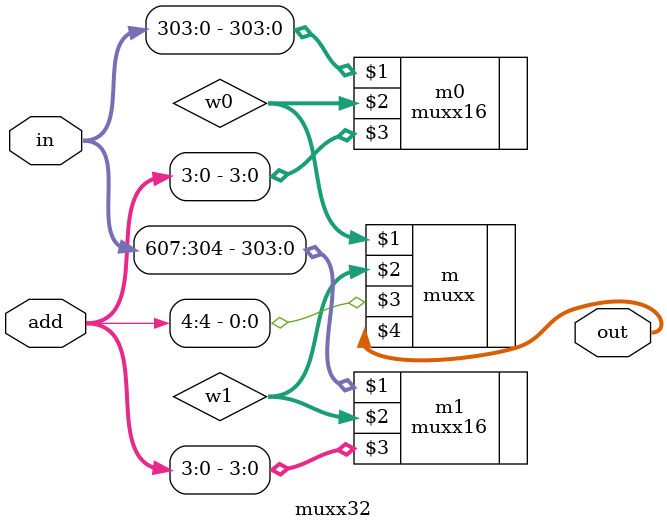
<source format=v>
`timescale 1ns / 1ps


module muxx32(
    input [607:0] in,//edit
    output [18:0] out,
    input [4:0] add//edit
    );
    wire [18:0] w0;
    wire [18:0] w1;
    muxx16 m0(in[303:0],w0,add[3:0]);//edit range, add
    muxx16 m1(in[607:304],w1,add[3:0]);//edit range,add
    muxx m(w0,w1,add[4],out);//edit add
endmodule

</source>
